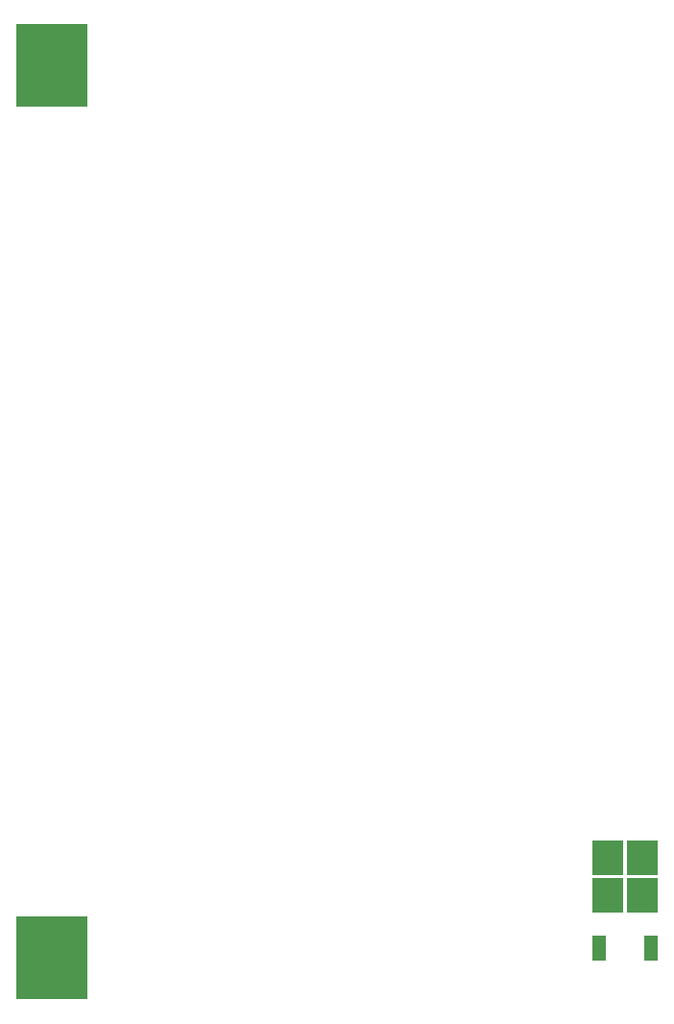
<source format=gtp>
%TF.GenerationSoftware,KiCad,Pcbnew,(6.0.9-0)*%
%TF.CreationDate,2022-11-09T23:01:03-06:00*%
%TF.ProjectId,CluePCB,436c7565-5043-4422-9e6b-696361645f70,1*%
%TF.SameCoordinates,Original*%
%TF.FileFunction,Paste,Top*%
%TF.FilePolarity,Positive*%
%FSLAX46Y46*%
G04 Gerber Fmt 4.6, Leading zero omitted, Abs format (unit mm)*
G04 Created by KiCad (PCBNEW (6.0.9-0)) date 2022-11-09 23:01:03*
%MOMM*%
%LPD*%
G01*
G04 APERTURE LIST*
%ADD10R,6.350000X7.340000*%
%ADD11R,2.750000X3.050000*%
%ADD12R,1.200000X2.200000*%
G04 APERTURE END LIST*
D10*
%TO.C,BT1*%
X73660000Y-54650000D03*
X73660000Y-133310000D03*
%TD*%
D11*
%TO.C,U3*%
X122680000Y-127810000D03*
X125730000Y-124460000D03*
X122680000Y-124460000D03*
X125730000Y-127810000D03*
D12*
X121925000Y-132435000D03*
X126485000Y-132435000D03*
%TD*%
M02*

</source>
